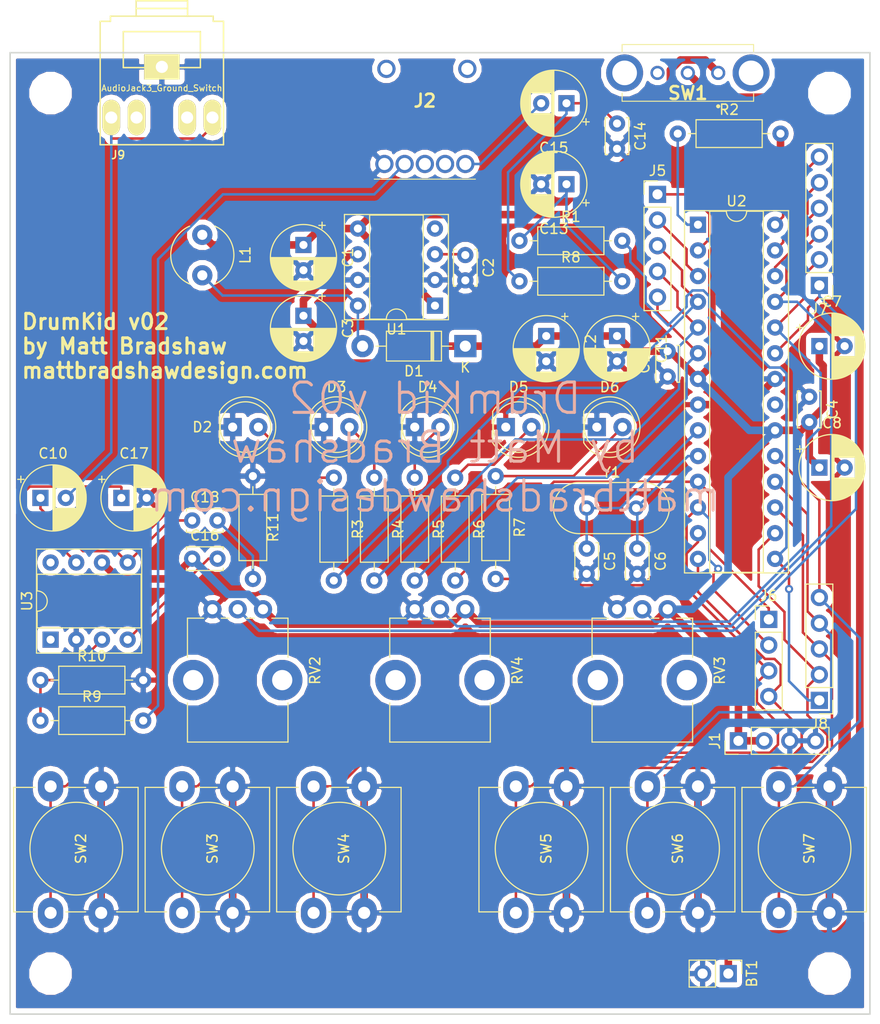
<source format=kicad_pcb>
(kicad_pcb (version 20171130) (host pcbnew "(5.0.1)-3")
  (layers (0 F.Cu signal) (31 B.Cu signal) (34 B.Paste user) (35 F.Paste user) (36 B.SilkS user) (37 F.SilkS user) (38 B.Mask user) (39 F.Mask user) (44 Edge.Cuts user))
  (net 0 "")
  (net 1 GND)
  (net 2 "Net-(J9-PadRN)")
  (net 3 "Net-(J9-PadTN)")
  (net 4 "Net-(BT1-Pad1)")
  (net 5 "Net-(SW1-Pad3)")
  (net 6 /DIGITAL_9)
  (net 7 +5V)
  (net 8 "Net-(R2-Pad1)")
  (net 9 "Net-(D2-Pad2)")
  (net 10 /DIGITAL_2)
  (net 11 /DIGITAL_3)
  (net 12 "Net-(D3-Pad2)")
  (net 13 "Net-(D4-Pad2)")
  (net 14 /DIGITAL_4)
  (net 15 /DIGITAL_6)
  (net 16 "Net-(D6-Pad2)")
  (net 17 "Net-(D5-Pad2)")
  (net 18 /DIGITAL_5)
  (net 19 /ANALOG_2)
  (net 20 /ANALOG_1)
  (net 21 /ANALOG_0)
  (net 22 /DIGITAL_0)
  (net 23 /DIGITAL_10)
  (net 24 /DIGITAL_1)
  (net 25 /DIGITAL_11)
  (net 26 /DIGITAL_12)
  (net 27 /DIGITAL_13)
  (net 28 "Net-(U2-Pad21)")
  (net 29 "Net-(C5-Pad1)")
  (net 30 "Net-(C6-Pad1)")
  (net 31 /ANALOG_3)
  (net 32 /DIGITAL_7)
  (net 33 /ANALOG_4)
  (net 34 /DIGITAL_8)
  (net 35 /ANALOG_5)
  (net 36 "Net-(C2-Pad1)")
  (net 37 "Net-(U1-Pad4)")
  (net 38 "Net-(D1-Pad2)")
  (net 39 "Net-(C10-Pad2)")
  (net 40 "Net-(U3-Pad1)")
  (net 41 "Net-(C10-Pad1)")
  (net 42 "Net-(U3-Pad8)")
  (net 43 "Net-(R10-Pad1)")
  (net 44 "Net-(C13-Pad1)")
  (net 45 "Net-(C14-Pad1)")
  (net 46 "Net-(C15-Pad2)")
  (net 47 "Net-(C18-Pad2)")
  (net 48 "Net-(C16-Pad2)")
  (net 49 /BAT_ON)
  (net 50 "Net-(C17-Pad1)")
  (net 51 "Net-(J2-Pad1)")
  (net 52 "Net-(J2-Pad2)")
  (net 53 "Net-(J2-Pad3)")
  (module MountingHole:MountingHole_3.2mm_M3 (layer F.Cu) (at 171 126)
    (fp_text reference REF** hide)
    (fp_text value MountingHole_3.2mm_M3)
    (pad 1 np_thru_hole circle (at 0 0) (size 3.2 3.2) (drill 3.2) (layers *.Cu *.Mask))
  )
  (module MountingHole:MountingHole_3.2mm_M3 (layer F.Cu) (at 171 39)
    (fp_text reference REF** hide)
    (fp_text value MountingHole_3.2mm_M3)
    (pad 1 np_thru_hole circle (at 0 0) (size 3.2 3.2) (drill 3.2) (layers *.Cu *.Mask))
  )
  (module MountingHole:MountingHole_3.2mm_M3 (layer F.Cu) (at 94 39)
    (fp_text reference REF** hide)
    (fp_text value MountingHole_3.2mm_M3)
    (pad 1 np_thru_hole circle (at 0 0) (size 3.2 3.2) (drill 3.2) (layers *.Cu *.Mask))
  )
  (module MountingHole:MountingHole_3.2mm_M3 (layer F.Cu) (at 94 126)
    (fp_text reference REF** hide)
    (fp_text value MountingHole_3.2mm_M3)
    (pad 1 np_thru_hole circle (at 0 0) (size 3.2 3.2) (drill 3.2) (layers *.Cu *.Mask))
  )
  (module SamacSys_Parts:RK14J12A0A0K (layer F.Cu) (at 131 46)
    (fp_text reference J2 (at 0 -6.25) (layer F.SilkS) (effects (font (size 1.27 1.27) (thickness 0.254))))
    (fp_text value Conn_01x05 hide)
    (pad 1 thru_hole circle (at 0 0) (size 1.8 1.8) (drill 1.2) (layers *.Cu *.Mask) (net 51 "Net-(J2-Pad1)"))
    (pad 2 thru_hole circle (at 2 0) (size 1.8 1.8) (drill 1.2) (layers *.Cu *.Mask) (net 52 "Net-(J2-Pad2)"))
    (pad 3 thru_hole circle (at -2 0) (size 1.8 1.8) (drill 1.2) (layers *.Cu *.Mask) (net 53 "Net-(J2-Pad3)"))
    (pad 4 thru_hole circle (at 4 0) (size 1.8 1.8) (drill 1.2) (layers *.Cu *.Mask) (net 46 "Net-(C15-Pad2)"))
    (pad 5 thru_hole circle (at -4 0) (size 1.8 1.8) (drill 1.2) (layers *.Cu *.Mask) (net 1 GND))
    (pad MH1 thru_hole circle (at -3.8 -9.4) (size 1.806 1.806) (drill 1.2042) (layers *.Cu *.Mask))
    (pad MH2 thru_hole circle (at 4.2 -9.4) (size 1.806 1.806) (drill 1.2042) (layers *.Cu *.Mask))
  )
  (module Button_Switch_THT:SW_PUSH-12mm_Wuerth-430476085716 (layer F.Cu) (at 166 120 90)
    (fp_text reference SW7 (at 6.35 3 90) (layer F.SilkS))
    (fp_text value SW_Push)
    (pad 1 thru_hole oval (at 12.5 0 90) (size 3 2.5) (drill 1.2) (layers *.Cu *.Mask) (net 27 /DIGITAL_13))
    (pad 2 thru_hole oval (at 12.5 5 90) (size 3 2.5) (drill 1.2) (layers *.Cu *.Mask) (net 1 GND))
    (pad 1 thru_hole oval (at 0 0 90) (size 3 2.5) (drill 1.2) (layers *.Cu *.Mask) (net 27 /DIGITAL_13))
    (pad 2 thru_hole oval (at 0 5 90) (size 3 2.5) (drill 1.2) (layers *.Cu *.Mask) (net 1 GND))
  )
  (module Connector_PinHeader_2.54mm:PinHeader_1x04_P2.54mm_Vertical (layer F.Cu) (at 162 103 90)
    (fp_text reference J1 (at 0 -2.33 90) (layer F.SilkS))
    (fp_text value Conn_01x04_Female)
    (pad 1 thru_hole rect (at 0 0 90) (size 1.7 1.7) (drill 1) (layers *.Cu *.Mask) (net 7 +5V))
    (pad 2 thru_hole oval (at 0 2.54 90) (size 1.7 1.7) (drill 1) (layers *.Cu *.Mask) (net 7 +5V))
    (pad 3 thru_hole oval (at 0 5.08 90) (size 1.7 1.7) (drill 1) (layers *.Cu *.Mask) (net 1 GND))
    (pad 4 thru_hole oval (at 0 7.62 90) (size 1.7 1.7) (drill 1) (layers *.Cu *.Mask) (net 1 GND))
  )
  (module Capacitor_THT:CP_Radial_D6.3mm_P2.50mm (layer F.Cu) (at 145 40 180)
    (fp_text reference C15 (at 1.25 -4.4 180) (layer F.SilkS))
    (fp_text value 10uF)
    (pad 1 thru_hole rect (at 0 0 180) (size 1.6 1.6) (drill 0.8) (layers *.Cu *.Mask) (net 45 "Net-(C14-Pad1)"))
    (pad 2 thru_hole circle (at 2.5 0 180) (size 1.6 1.6) (drill 0.8) (layers *.Cu *.Mask) (net 46 "Net-(C15-Pad2)"))
  )
  (module Capacitor_THT:CP_Radial_D6.3mm_P2.50mm (layer F.Cu) (at 145 48 180)
    (fp_text reference C13 (at 1.25 -4.4 180) (layer F.SilkS))
    (fp_text value 2.2uF)
    (pad 2 thru_hole circle (at 2.5 0 180) (size 1.6 1.6) (drill 0.8) (layers *.Cu *.Mask) (net 1 GND))
    (pad 1 thru_hole rect (at 0 0 180) (size 1.6 1.6) (drill 0.8) (layers *.Cu *.Mask) (net 44 "Net-(C13-Pad1)"))
  )
  (module Capacitor_THT:CP_Radial_D6.3mm_P2.50mm (layer F.Cu) (at 143 63 270)
    (fp_text reference C12 (at 1.25 -4.4 270) (layer F.SilkS))
    (fp_text value CP)
    (pad 1 thru_hole rect (at 0 0 270) (size 1.6 1.6) (drill 0.8) (layers *.Cu *.Mask) (net 7 +5V))
    (pad 2 thru_hole circle (at 2.5 0 270) (size 1.6 1.6) (drill 0.8) (layers *.Cu *.Mask) (net 1 GND))
  )
  (module Capacitor_THT:CP_Radial_D6.3mm_P2.50mm (layer F.Cu) (at 150 63 270)
    (fp_text reference C11 (at 1.25 -4.4 270) (layer F.SilkS))
    (fp_text value CP)
    (pad 2 thru_hole circle (at 2.5 0 270) (size 1.6 1.6) (drill 0.8) (layers *.Cu *.Mask) (net 1 GND))
    (pad 1 thru_hole rect (at 0 0 270) (size 1.6 1.6) (drill 0.8) (layers *.Cu *.Mask) (net 7 +5V))
  )
  (module Capacitor_THT:CP_Radial_D6.3mm_P2.50mm (layer F.Cu) (at 101 79)
    (fp_text reference C17 (at 1.25 -4.4) (layer F.SilkS))
    (fp_text value 10uF)
    (pad 1 thru_hole rect (at 0 0) (size 1.6 1.6) (drill 0.8) (layers *.Cu *.Mask) (net 50 "Net-(C17-Pad1)"))
    (pad 2 thru_hole circle (at 2.5 0) (size 1.6 1.6) (drill 0.8) (layers *.Cu *.Mask) (net 1 GND))
  )
  (module Capacitor_THT:C_Disc_D3.4mm_W2.1mm_P2.50mm (layer F.Cu) (at 108 85)
    (fp_text reference C16 (at 1.25 -2.3) (layer F.SilkS))
    (fp_text value 100nF)
    (pad 1 thru_hole circle (at 0 0) (size 1.6 1.6) (drill 0.8) (layers *.Cu *.Mask) (net 7 +5V))
    (pad 2 thru_hole circle (at 2.5 0) (size 1.6 1.6) (drill 0.8) (layers *.Cu *.Mask) (net 48 "Net-(C16-Pad2)"))
  )
  (module Capacitor_THT:C_Disc_D3.4mm_W2.1mm_P2.50mm (layer F.Cu) (at 108 81.225001)
    (fp_text reference C18 (at 1.25 -2.3) (layer F.SilkS))
    (fp_text value 100nF)
    (pad 2 thru_hole circle (at 2.5 0) (size 1.6 1.6) (drill 0.8) (layers *.Cu *.Mask) (net 47 "Net-(C18-Pad2)"))
    (pad 1 thru_hole circle (at 0 0) (size 1.6 1.6) (drill 0.8) (layers *.Cu *.Mask) (net 41 "Net-(C10-Pad1)"))
  )
  (module Capacitor_THT:C_Disc_D3.4mm_W2.1mm_P2.50mm (layer F.Cu) (at 150 42 270)
    (fp_text reference C14 (at 1.25 -2.3 270) (layer F.SilkS))
    (fp_text value 220nF)
    (pad 1 thru_hole circle (at 0 0 270) (size 1.6 1.6) (drill 0.8) (layers *.Cu *.Mask) (net 45 "Net-(C14-Pad1)"))
    (pad 2 thru_hole circle (at 2.5 0 270) (size 1.6 1.6) (drill 0.8) (layers *.Cu *.Mask) (net 1 GND))
  )
  (module Resistor_THT:R_Axial_DIN0207_L6.3mm_D2.5mm_P10.16mm_Horizontal (layer F.Cu) (at 114 87 90)
    (fp_text reference R11 (at 5.08 2 90) (layer F.SilkS))
    (fp_text value 10)
    (pad 1 thru_hole circle (at 0 0 90) (size 1.6 1.6) (drill 0.8) (layers *.Cu *.Mask) (net 47 "Net-(C18-Pad2)"))
    (pad 2 thru_hole oval (at 10.16 0 90) (size 1.6 1.6) (drill 0.8) (layers *.Cu *.Mask) (net 1 GND))
  )
  (module Capacitor_THT:CP_Radial_D6.3mm_P2.50mm (layer F.Cu) (at 93 79)
    (fp_text reference C10 (at 1.25 -4.4) (layer F.SilkS))
    (fp_text value 220uF)
    (pad 1 thru_hole rect (at 0 0) (size 1.6 1.6) (drill 0.8) (layers *.Cu *.Mask) (net 41 "Net-(C10-Pad1)"))
    (pad 2 thru_hole circle (at 2.5 0) (size 1.6 1.6) (drill 0.8) (layers *.Cu *.Mask) (net 39 "Net-(C10-Pad2)"))
  )
  (module Capacitor_THT:CP_Radial_D6.3mm_P2.50mm (layer F.Cu) (at 170 64)
    (fp_text reference C7 (at 1.25 -4.4) (layer F.SilkS))
    (fp_text value CP)
    (pad 2 thru_hole circle (at 2.5 0) (size 1.6 1.6) (drill 0.8) (layers *.Cu *.Mask) (net 1 GND))
    (pad 1 thru_hole rect (at 0 0) (size 1.6 1.6) (drill 0.8) (layers *.Cu *.Mask) (net 7 +5V))
  )
  (module Capacitor_THT:CP_Radial_D6.3mm_P2.50mm (layer F.Cu) (at 170 76)
    (fp_text reference C8 (at 1.25 -4.4) (layer F.SilkS))
    (fp_text value CP)
    (pad 1 thru_hole rect (at 0 0) (size 1.6 1.6) (drill 0.8) (layers *.Cu *.Mask) (net 7 +5V))
    (pad 2 thru_hole circle (at 2.5 0) (size 1.6 1.6) (drill 0.8) (layers *.Cu *.Mask) (net 1 GND))
  )
  (module Capacitor_THT:C_Disc_D3.4mm_W2.1mm_P2.50mm (layer F.Cu) (at 155 67 90)
    (fp_text reference C9 (at 1.25 -2.3 90) (layer F.SilkS))
    (fp_text value C)
    (pad 1 thru_hole circle (at 0 0 90) (size 1.6 1.6) (drill 0.8) (layers *.Cu *.Mask) (net 1 GND))
    (pad 2 thru_hole circle (at 2.5 0 90) (size 1.6 1.6) (drill 0.8) (layers *.Cu *.Mask) (net 7 +5V))
  )
  (module Package_DIP:DIP-8_W7.62mm_Socket (layer F.Cu) (at 94 93 90)
    (fp_text reference U3 (at 3.81 -2.33 90) (layer F.SilkS))
    (fp_text value LM386)
    (pad 1 thru_hole rect (at 0 0 90) (size 1.6 1.6) (drill 0.8) (layers *.Cu *.Mask) (net 40 "Net-(U3-Pad1)"))
    (pad 5 thru_hole oval (at 7.62 7.62 90) (size 1.6 1.6) (drill 0.8) (layers *.Cu *.Mask) (net 41 "Net-(C10-Pad1)"))
    (pad 2 thru_hole oval (at 0 2.54 90) (size 1.6 1.6) (drill 0.8) (layers *.Cu *.Mask) (net 1 GND))
    (pad 6 thru_hole oval (at 7.62 5.08 90) (size 1.6 1.6) (drill 0.8) (layers *.Cu *.Mask) (net 7 +5V))
    (pad 3 thru_hole oval (at 0 5.08 90) (size 1.6 1.6) (drill 0.8) (layers *.Cu *.Mask) (net 43 "Net-(R10-Pad1)"))
    (pad 7 thru_hole oval (at 7.62 2.54 90) (size 1.6 1.6) (drill 0.8) (layers *.Cu *.Mask) (net 50 "Net-(C17-Pad1)"))
    (pad 4 thru_hole oval (at 0 7.62 90) (size 1.6 1.6) (drill 0.8) (layers *.Cu *.Mask) (net 48 "Net-(C16-Pad2)"))
    (pad 8 thru_hole oval (at 7.62 0 90) (size 1.6 1.6) (drill 0.8) (layers *.Cu *.Mask) (net 42 "Net-(U3-Pad8)"))
  )
  (module Resistor_THT:R_Axial_DIN0207_L6.3mm_D2.5mm_P10.16mm_Horizontal (layer F.Cu) (at 93 97)
    (fp_text reference R10 (at 5.08 -2.37) (layer F.SilkS))
    (fp_text value 1k)
    (pad 1 thru_hole circle (at 0 0) (size 1.6 1.6) (drill 0.8) (layers *.Cu *.Mask) (net 43 "Net-(R10-Pad1)"))
    (pad 2 thru_hole oval (at 10.16 0) (size 1.6 1.6) (drill 0.8) (layers *.Cu *.Mask) (net 1 GND))
  )
  (module Resistor_THT:R_Axial_DIN0207_L6.3mm_D2.5mm_P10.16mm_Horizontal (layer F.Cu) (at 140.351849 57.589377)
    (fp_text reference R8 (at 5.08 -2.37) (layer F.SilkS))
    (fp_text value 470)
    (pad 2 thru_hole oval (at 10.16 0) (size 1.6 1.6) (drill 0.8) (layers *.Cu *.Mask) (net 44 "Net-(C13-Pad1)"))
    (pad 1 thru_hole circle (at 0 0) (size 1.6 1.6) (drill 0.8) (layers *.Cu *.Mask) (net 45 "Net-(C14-Pad1)"))
  )
  (module Resistor_THT:R_Axial_DIN0207_L6.3mm_D2.5mm_P10.16mm_Horizontal (layer F.Cu) (at 93 101)
    (fp_text reference R9 (at 5.08 -2.37) (layer F.SilkS))
    (fp_text value 10k)
    (pad 1 thru_hole circle (at 0 0) (size 1.6 1.6) (drill 0.8) (layers *.Cu *.Mask) (net 43 "Net-(R10-Pad1)"))
    (pad 2 thru_hole oval (at 10.16 0) (size 1.6 1.6) (drill 0.8) (layers *.Cu *.Mask) (net 53 "Net-(J2-Pad3)"))
  )
  (module Package_DIP:DIP-28_W7.62mm_Socket (layer F.Cu) (at 158 52)
    (fp_text reference U2 (at 3.81 -2.33) (layer F.SilkS))
    (fp_text value ATmega328P-PU)
    (pad 1 thru_hole rect (at 0 0) (size 1.6 1.6) (drill 0.8) (layers *.Cu *.Mask) (net 8 "Net-(R2-Pad1)"))
    (pad 15 thru_hole oval (at 7.62 33.02) (size 1.6 1.6) (drill 0.8) (layers *.Cu *.Mask) (net 6 /DIGITAL_9))
    (pad 2 thru_hole oval (at 0 2.54) (size 1.6 1.6) (drill 0.8) (layers *.Cu *.Mask) (net 22 /DIGITAL_0))
    (pad 16 thru_hole oval (at 7.62 30.48) (size 1.6 1.6) (drill 0.8) (layers *.Cu *.Mask) (net 23 /DIGITAL_10))
    (pad 3 thru_hole oval (at 0 5.08) (size 1.6 1.6) (drill 0.8) (layers *.Cu *.Mask) (net 24 /DIGITAL_1))
    (pad 17 thru_hole oval (at 7.62 27.94) (size 1.6 1.6) (drill 0.8) (layers *.Cu *.Mask) (net 25 /DIGITAL_11))
    (pad 4 thru_hole oval (at 0 7.62) (size 1.6 1.6) (drill 0.8) (layers *.Cu *.Mask) (net 10 /DIGITAL_2))
    (pad 18 thru_hole oval (at 7.62 25.4) (size 1.6 1.6) (drill 0.8) (layers *.Cu *.Mask) (net 26 /DIGITAL_12))
    (pad 5 thru_hole oval (at 0 10.16) (size 1.6 1.6) (drill 0.8) (layers *.Cu *.Mask) (net 11 /DIGITAL_3))
    (pad 19 thru_hole oval (at 7.62 22.86) (size 1.6 1.6) (drill 0.8) (layers *.Cu *.Mask) (net 27 /DIGITAL_13))
    (pad 6 thru_hole oval (at 0 12.7) (size 1.6 1.6) (drill 0.8) (layers *.Cu *.Mask) (net 14 /DIGITAL_4))
    (pad 20 thru_hole oval (at 7.62 20.32) (size 1.6 1.6) (drill 0.8) (layers *.Cu *.Mask) (net 7 +5V))
    (pad 7 thru_hole oval (at 0 15.24) (size 1.6 1.6) (drill 0.8) (layers *.Cu *.Mask) (net 7 +5V))
    (pad 21 thru_hole oval (at 7.62 17.78) (size 1.6 1.6) (drill 0.8) (layers *.Cu *.Mask) (net 28 "Net-(U2-Pad21)"))
    (pad 8 thru_hole oval (at 0 17.78) (size 1.6 1.6) (drill 0.8) (layers *.Cu *.Mask) (net 1 GND))
    (pad 22 thru_hole oval (at 7.62 15.24) (size 1.6 1.6) (drill 0.8) (layers *.Cu *.Mask) (net 1 GND))
    (pad 9 thru_hole oval (at 0 20.32) (size 1.6 1.6) (drill 0.8) (layers *.Cu *.Mask) (net 29 "Net-(C5-Pad1)"))
    (pad 23 thru_hole oval (at 7.62 12.7) (size 1.6 1.6) (drill 0.8) (layers *.Cu *.Mask) (net 21 /ANALOG_0))
    (pad 10 thru_hole oval (at 0 22.86) (size 1.6 1.6) (drill 0.8) (layers *.Cu *.Mask) (net 30 "Net-(C6-Pad1)"))
    (pad 24 thru_hole oval (at 7.62 10.16) (size 1.6 1.6) (drill 0.8) (layers *.Cu *.Mask) (net 20 /ANALOG_1))
    (pad 11 thru_hole oval (at 0 25.4) (size 1.6 1.6) (drill 0.8) (layers *.Cu *.Mask) (net 18 /DIGITAL_5))
    (pad 25 thru_hole oval (at 7.62 7.62) (size 1.6 1.6) (drill 0.8) (layers *.Cu *.Mask) (net 19 /ANALOG_2))
    (pad 12 thru_hole oval (at 0 27.94) (size 1.6 1.6) (drill 0.8) (layers *.Cu *.Mask) (net 15 /DIGITAL_6))
    (pad 26 thru_hole oval (at 7.62 5.08) (size 1.6 1.6) (drill 0.8) (layers *.Cu *.Mask) (net 31 /ANALOG_3))
    (pad 13 thru_hole oval (at 0 30.48) (size 1.6 1.6) (drill 0.8) (layers *.Cu *.Mask) (net 32 /DIGITAL_7))
    (pad 27 thru_hole oval (at 7.62 2.54) (size 1.6 1.6) (drill 0.8) (layers *.Cu *.Mask) (net 33 /ANALOG_4))
    (pad 14 thru_hole oval (at 0 33.02) (size 1.6 1.6) (drill 0.8) (layers *.Cu *.Mask) (net 34 /DIGITAL_8))
    (pad 28 thru_hole oval (at 7.62 0) (size 1.6 1.6) (drill 0.8) (layers *.Cu *.Mask) (net 35 /ANALOG_5))
  )
  (module Package_DIP:DIP-8_W7.62mm_Socket (layer F.Cu) (at 132 60 180)
    (fp_text reference U1 (at 3.81 -2.33 180) (layer F.SilkS))
    (fp_text value MAX756)
    (pad 1 thru_hole rect (at 0 0 180) (size 1.6 1.6) (drill 0.8) (layers *.Cu *.Mask) (net 49 /BAT_ON))
    (pad 5 thru_hole oval (at 7.62 7.62 180) (size 1.6 1.6) (drill 0.8) (layers *.Cu *.Mask) (net 49 /BAT_ON))
    (pad 2 thru_hole oval (at 0 2.54 180) (size 1.6 1.6) (drill 0.8) (layers *.Cu *.Mask) (net 1 GND))
    (pad 6 thru_hole oval (at 7.62 5.08 180) (size 1.6 1.6) (drill 0.8) (layers *.Cu *.Mask) (net 7 +5V))
    (pad 3 thru_hole oval (at 0 5.08 180) (size 1.6 1.6) (drill 0.8) (layers *.Cu *.Mask) (net 36 "Net-(C2-Pad1)"))
    (pad 7 thru_hole oval (at 7.62 2.54 180) (size 1.6 1.6) (drill 0.8) (layers *.Cu *.Mask) (net 1 GND))
    (pad 4 thru_hole oval (at 0 7.62 180) (size 1.6 1.6) (drill 0.8) (layers *.Cu *.Mask) (net 37 "Net-(U1-Pad4)"))
    (pad 8 thru_hole oval (at 7.62 0 180) (size 1.6 1.6) (drill 0.8) (layers *.Cu *.Mask) (net 38 "Net-(D1-Pad2)"))
  )
  (module Button_Switch_THT:SW_PUSH-12mm_Wuerth-430476085716 (layer F.Cu) (at 153 120 90)
    (fp_text reference SW6 (at 6.35 3 90) (layer F.SilkS))
    (fp_text value SW_Push)
    (pad 1 thru_hole oval (at 12.5 0 90) (size 3 2.5) (drill 1.2) (layers *.Cu *.Mask) (net 26 /DIGITAL_12))
    (pad 2 thru_hole oval (at 12.5 5 90) (size 3 2.5) (drill 1.2) (layers *.Cu *.Mask) (net 1 GND))
    (pad 1 thru_hole oval (at 0 0 90) (size 3 2.5) (drill 1.2) (layers *.Cu *.Mask) (net 26 /DIGITAL_12))
    (pad 2 thru_hole oval (at 0 5 90) (size 3 2.5) (drill 1.2) (layers *.Cu *.Mask) (net 1 GND))
  )
  (module Button_Switch_THT:SW_PUSH-12mm_Wuerth-430476085716 (layer F.Cu) (at 140 120 90)
    (fp_text reference SW5 (at 6.35 3 90) (layer F.SilkS))
    (fp_text value SW_Push)
    (pad 2 thru_hole oval (at 0 5 90) (size 3 2.5) (drill 1.2) (layers *.Cu *.Mask) (net 1 GND))
    (pad 1 thru_hole oval (at 0 0 90) (size 3 2.5) (drill 1.2) (layers *.Cu *.Mask) (net 25 /DIGITAL_11))
    (pad 2 thru_hole oval (at 12.5 5 90) (size 3 2.5) (drill 1.2) (layers *.Cu *.Mask) (net 1 GND))
    (pad 1 thru_hole oval (at 12.5 0 90) (size 3 2.5) (drill 1.2) (layers *.Cu *.Mask) (net 25 /DIGITAL_11))
  )
  (module Button_Switch_THT:SW_PUSH-12mm_Wuerth-430476085716 (layer F.Cu) (at 120 120 90)
    (fp_text reference SW4 (at 6.35 3 90) (layer F.SilkS))
    (fp_text value SW_Push)
    (pad 1 thru_hole oval (at 12.5 0 90) (size 3 2.5) (drill 1.2) (layers *.Cu *.Mask) (net 23 /DIGITAL_10))
    (pad 2 thru_hole oval (at 12.5 5 90) (size 3 2.5) (drill 1.2) (layers *.Cu *.Mask) (net 1 GND))
    (pad 1 thru_hole oval (at 0 0 90) (size 3 2.5) (drill 1.2) (layers *.Cu *.Mask) (net 23 /DIGITAL_10))
    (pad 2 thru_hole oval (at 0 5 90) (size 3 2.5) (drill 1.2) (layers *.Cu *.Mask) (net 1 GND))
  )
  (module Button_Switch_THT:SW_PUSH-12mm_Wuerth-430476085716 (layer F.Cu) (at 107 120 90)
    (fp_text reference SW3 (at 6.35 3 90) (layer F.SilkS))
    (fp_text value SW_Push)
    (pad 2 thru_hole oval (at 0 5 90) (size 3 2.5) (drill 1.2) (layers *.Cu *.Mask) (net 1 GND))
    (pad 1 thru_hole oval (at 0 0 90) (size 3 2.5) (drill 1.2) (layers *.Cu *.Mask) (net 34 /DIGITAL_8))
    (pad 2 thru_hole oval (at 12.5 5 90) (size 3 2.5) (drill 1.2) (layers *.Cu *.Mask) (net 1 GND))
    (pad 1 thru_hole oval (at 12.5 0 90) (size 3 2.5) (drill 1.2) (layers *.Cu *.Mask) (net 34 /DIGITAL_8))
  )
  (module Button_Switch_THT:SW_PUSH-12mm_Wuerth-430476085716 (layer F.Cu) (at 94 120 90)
    (fp_text reference SW2 (at 6.35 3 90) (layer F.SilkS))
    (fp_text value SW_Push)
    (pad 1 thru_hole oval (at 12.5 0 90) (size 3 2.5) (drill 1.2) (layers *.Cu *.Mask) (net 32 /DIGITAL_7))
    (pad 2 thru_hole oval (at 12.5 5 90) (size 3 2.5) (drill 1.2) (layers *.Cu *.Mask) (net 1 GND))
    (pad 1 thru_hole oval (at 0 0 90) (size 3 2.5) (drill 1.2) (layers *.Cu *.Mask) (net 32 /DIGITAL_7))
    (pad 2 thru_hole oval (at 0 5 90) (size 3 2.5) (drill 1.2) (layers *.Cu *.Mask) (net 1 GND))
  )
  (module Capacitor_THT:CP_Radial_D6.3mm_P2.50mm (layer F.Cu) (at 119 54 270)
    (fp_text reference C1 (at 1.25 -4.4 270) (layer F.SilkS))
    (fp_text value 150uF)
    (pad 2 thru_hole circle (at 2.5 0 270) (size 1.6 1.6) (drill 0.8) (layers *.Cu *.Mask) (net 1 GND))
    (pad 1 thru_hole rect (at 0 0 270) (size 1.6 1.6) (drill 0.8) (layers *.Cu *.Mask) (net 49 /BAT_ON))
  )
  (module Capacitor_THT:CP_Radial_D6.3mm_P2.50mm (layer F.Cu) (at 119 61 270)
    (fp_text reference C3 (at 1.25 -4.4 270) (layer F.SilkS))
    (fp_text value 100uF)
    (pad 1 thru_hole rect (at 0 0 270) (size 1.6 1.6) (drill 0.8) (layers *.Cu *.Mask) (net 7 +5V))
    (pad 2 thru_hole circle (at 2.5 0 270) (size 1.6 1.6) (drill 0.8) (layers *.Cu *.Mask) (net 1 GND))
  )
  (module Capacitor_THT:C_Disc_D3.4mm_W2.1mm_P2.50mm (layer F.Cu) (at 152 84 270)
    (fp_text reference C6 (at 1.25 -2.3 270) (layer F.SilkS))
    (fp_text value 10uF)
    (pad 2 thru_hole circle (at 2.5 0 270) (size 1.6 1.6) (drill 0.8) (layers *.Cu *.Mask) (net 1 GND))
    (pad 1 thru_hole circle (at 0 0 270) (size 1.6 1.6) (drill 0.8) (layers *.Cu *.Mask) (net 30 "Net-(C6-Pad1)"))
  )
  (module Capacitor_THT:C_Disc_D3.4mm_W2.1mm_P2.50mm (layer F.Cu) (at 135 55 270)
    (fp_text reference C2 (at 1.25 -2.3 270) (layer F.SilkS))
    (fp_text value 0.1uF)
    (pad 1 thru_hole circle (at 0 0 270) (size 1.6 1.6) (drill 0.8) (layers *.Cu *.Mask) (net 36 "Net-(C2-Pad1)"))
    (pad 2 thru_hole circle (at 2.5 0 270) (size 1.6 1.6) (drill 0.8) (layers *.Cu *.Mask) (net 1 GND))
  )
  (module Capacitor_THT:C_Disc_D3.4mm_W2.1mm_P2.50mm (layer F.Cu) (at 169 69 270)
    (fp_text reference C4 (at 1.25 -2.3 270) (layer F.SilkS))
    (fp_text value C)
    (pad 2 thru_hole circle (at 2.5 0 270) (size 1.6 1.6) (drill 0.8) (layers *.Cu *.Mask) (net 7 +5V))
    (pad 1 thru_hole circle (at 0 0 270) (size 1.6 1.6) (drill 0.8) (layers *.Cu *.Mask) (net 1 GND))
  )
  (module Capacitor_THT:C_Disc_D3.4mm_W2.1mm_P2.50mm (layer F.Cu) (at 147 84 270)
    (fp_text reference C5 (at 1.25 -2.3 270) (layer F.SilkS))
    (fp_text value 10uF)
    (pad 1 thru_hole circle (at 0 0 270) (size 1.6 1.6) (drill 0.8) (layers *.Cu *.Mask) (net 29 "Net-(C5-Pad1)"))
    (pad 2 thru_hole circle (at 2.5 0 270) (size 1.6 1.6) (drill 0.8) (layers *.Cu *.Mask) (net 1 GND))
  )
  (module Connector_PinHeader_2.54mm:PinHeader_1x02_P2.54mm_Vertical (layer F.Cu) (at 161 126 270)
    (fp_text reference BT1 (at 0 -2.33 270) (layer F.SilkS))
    (fp_text value Battery)
    (pad 1 thru_hole rect (at 0 0 270) (size 1.7 1.7) (drill 1) (layers *.Cu *.Mask) (net 4 "Net-(BT1-Pad1)"))
    (pad 2 thru_hole oval (at 0 2.54 270) (size 1.7 1.7) (drill 1) (layers *.Cu *.Mask) (net 1 GND))
  )
  (module Connector_PinHeader_2.54mm:PinHeader_1x04_P2.54mm_Vertical (layer F.Cu) (at 165 91)
    (fp_text reference J6 (at 0 -2.33) (layer F.SilkS))
    (fp_text value Conn_01x04_Female)
    (pad 1 thru_hole rect (at 0 0) (size 1.7 1.7) (drill 1) (layers *.Cu *.Mask) (net 18 /DIGITAL_5))
    (pad 2 thru_hole oval (at 0 2.54) (size 1.7 1.7) (drill 1) (layers *.Cu *.Mask) (net 15 /DIGITAL_6))
    (pad 3 thru_hole oval (at 0 5.08) (size 1.7 1.7) (drill 1) (layers *.Cu *.Mask) (net 32 /DIGITAL_7))
    (pad 4 thru_hole oval (at 0 7.62) (size 1.7 1.7) (drill 1) (layers *.Cu *.Mask) (net 34 /DIGITAL_8))
  )
  (module Connector_PinHeader_2.54mm:PinHeader_1x05_P2.54mm_Vertical (layer F.Cu) (at 170 99 180)
    (fp_text reference J8 (at 0 -2.33 180) (layer F.SilkS))
    (fp_text value Conn_01x05_Female)
    (pad 5 thru_hole oval (at 0 10.16 180) (size 1.7 1.7) (drill 1) (layers *.Cu *.Mask) (net 27 /DIGITAL_13))
    (pad 4 thru_hole oval (at 0 7.62 180) (size 1.7 1.7) (drill 1) (layers *.Cu *.Mask) (net 26 /DIGITAL_12))
    (pad 3 thru_hole oval (at 0 5.08 180) (size 1.7 1.7) (drill 1) (layers *.Cu *.Mask) (net 25 /DIGITAL_11))
    (pad 2 thru_hole oval (at 0 2.54 180) (size 1.7 1.7) (drill 1) (layers *.Cu *.Mask) (net 23 /DIGITAL_10))
    (pad 1 thru_hole rect (at 0 0 180) (size 1.7 1.7) (drill 1) (layers *.Cu *.Mask) (net 6 /DIGITAL_9))
  )
  (module Connector_PinHeader_2.54mm:PinHeader_1x05_P2.54mm_Vertical (layer F.Cu) (at 154 49)
    (fp_text reference J5 (at 0 -2.33) (layer F.SilkS))
    (fp_text value Conn_01x05_Female)
    (pad 1 thru_hole rect (at 0 0) (size 1.7 1.7) (drill 1) (layers *.Cu *.Mask) (net 22 /DIGITAL_0))
    (pad 2 thru_hole oval (at 0 2.54) (size 1.7 1.7) (drill 1) (layers *.Cu *.Mask) (net 24 /DIGITAL_1))
    (pad 3 thru_hole oval (at 0 5.08) (size 1.7 1.7) (drill 1) (layers *.Cu *.Mask) (net 10 /DIGITAL_2))
    (pad 4 thru_hole oval (at 0 7.62) (size 1.7 1.7) (drill 1) (layers *.Cu *.Mask) (net 11 /DIGITAL_3))
    (pad 5 thru_hole oval (at 0 10.16) (size 1.7 1.7) (drill 1) (layers *.Cu *.Mask) (net 14 /DIGITAL_4))
  )
  (module Connector_PinHeader_2.54mm:PinHeader_1x06_P2.54mm_Vertical (layer F.Cu) (at 170 58 180)
    (fp_text reference J7 (at 0 -2.33 180) (layer F.SilkS))
    (fp_text value Conn_01x06_Female)
    (pad 1 thru_hole rect (at 0 0 180) (size 1.7 1.7) (drill 1) (layers *.Cu *.Mask) (net 21 /ANALOG_0))
    (pad 2 thru_hole oval (at 0 2.54 180) (size 1.7 1.7) (drill 1) (layers *.Cu *.Mask) (net 20 /ANALOG_1))
    (pad 3 thru_hole oval (at 0 5.08 180) (size 1.7 1.7) (drill 1) (layers *.Cu *.Mask) (net 19 /ANALOG_2))
    (pad 4 thru_hole oval (at 0 7.62 180) (size 1.7 1.7) (drill 1) (layers *.Cu *.Mask) (net 31 /ANALOG_3))
    (pad 5 thru_hole oval (at 0 10.16 180) (size 1.7 1.7) (drill 1) (layers *.Cu *.Mask) (net 33 /ANALOG_4))
    (pad 6 thru_hole oval (at 0 12.7 180) (size 1.7 1.7) (drill 1) (layers *.Cu *.Mask) (net 35 /ANALOG_5))
  )
  (module Crystal:Crystal_HC49-4H_Vertical (layer F.Cu) (at 147 80)
    (fp_text reference Y1 (at 2.44 -3.525) (layer F.SilkS))
    (fp_text value Crystal)
    (pad 1 thru_hole circle (at 0 0) (size 1.5 1.5) (drill 0.8) (layers *.Cu *.Mask) (net 29 "Net-(C5-Pad1)"))
    (pad 2 thru_hole circle (at 4.88 0) (size 1.5 1.5) (drill 0.8) (layers *.Cu *.Mask) (net 30 "Net-(C6-Pad1)"))
  )
  (module Diode_THT:D_DO-41_SOD81_P10.16mm_Horizontal (layer F.Cu) (at 135 64 180)
    (fp_text reference D1 (at 5.08 -2.47 180) (layer F.SilkS))
    (fp_text value 1N5817)
    (fp_text user K (at 0 -2.1 180) (layer F.SilkS))
    (pad 1 thru_hole rect (at 0 0 180) (size 2.2 2.2) (drill 1.1) (layers *.Cu *.Mask) (net 7 +5V))
    (pad 2 thru_hole oval (at 10.16 0 180) (size 2.2 2.2) (drill 1.1) (layers *.Cu *.Mask) (net 38 "Net-(D1-Pad2)"))
  )
  (module Inductor_THT:L_Radial_D6.0mm_P4.00mm (layer F.Cu) (at 109 53 270)
    (fp_text reference L1 (at 2 -4.25 270) (layer F.SilkS))
    (fp_text value L)
    (pad 1 thru_hole circle (at 0 0 270) (size 2 2) (drill 1) (layers *.Cu *.Mask) (net 49 /BAT_ON))
    (pad 2 thru_hole circle (at 4 0 270) (size 2 2) (drill 1) (layers *.Cu *.Mask) (net 38 "Net-(D1-Pad2)"))
  )
  (module LED_THT:LED_D5.0mm (layer F.Cu) (at 112 72)
    (fp_text reference D2 (at -3 0) (layer F.SilkS))
    (fp_text value LED)
    (pad 1 thru_hole rect (at 0 0) (size 1.8 1.8) (drill 0.9) (layers *.Cu *.Mask) (net 1 GND))
    (pad 2 thru_hole circle (at 2.54 0) (size 1.8 1.8) (drill 0.9) (layers *.Cu *.Mask) (net 9 "Net-(D2-Pad2)"))
  )
  (module LED_THT:LED_D5.0mm (layer F.Cu) (at 121 72)
    (fp_text reference D3 (at 1.27 -3.96) (layer F.SilkS))
    (fp_text value LED)
    (pad 2 thru_hole circle (at 2.54 0) (size 1.8 1.8) (drill 0.9) (layers *.Cu *.Mask) (net 12 "Net-(D3-Pad2)"))
    (pad 1 thru_hole rect (at 0 0) (size 1.8 1.8) (drill 0.9) (layers *.Cu *.Mask) (net 1 GND))
  )
  (module LED_THT:LED_D5.0mm (layer F.Cu) (at 130 72)
    (fp_text reference D4 (at 1.27 -3.96) (layer F.SilkS))
    (fp_text value LED)
    (pad 1 thru_hole rect (at 0 0) (size 1.8 1.8) (drill 0.9) (layers *.Cu *.Mask) (net 1 GND))
    (pad 2 thru_hole circle (at 2.54 0) (size 1.8 1.8) (drill 0.9) (layers *.Cu *.Mask) (net 13 "Net-(D4-Pad2)"))
  )
  (module LED_THT:LED_D5.0mm (layer F.Cu) (at 148 72)
    (fp_text reference D6 (at 1.27 -3.96) (layer F.SilkS))
    (fp_text value LED)
    (pad 2 thru_hole circle (at 2.54 0) (size 1.8 1.8) (drill 0.9) (layers *.Cu *.Mask) (net 16 "Net-(D6-Pad2)"))
    (pad 1 thru_hole rect (at 0 0) (size 1.8 1.8) (drill 0.9) (layers *.Cu *.Mask) (net 1 GND))
  )
  (module LED_THT:LED_D5.0mm (layer F.Cu) (at 139 72)
    (fp_text reference D5 (at 1.27 -3.96) (layer F.SilkS))
    (fp_text value LED)
    (pad 1 thru_hole rect (at 0 0) (size 1.8 1.8) (drill 0.9) (layers *.Cu *.Mask) (net 1 GND))
    (pad 2 thru_hole circle (at 2.54 0) (size 1.8 1.8) (drill 0.9) (layers *.Cu *.Mask) (net 17 "Net-(D5-Pad2)"))
  )
  (module Potentiometer_THT:Potentiometer_Bourns_PTV09A-1_Single_Vertical (layer F.Cu) (at 110 90 270)
    (fp_text reference RV2 (at 6.05 -10.15 270) (layer F.SilkS))
    (fp_text value R_POT)
    (pad 3 thru_hole circle (at 0 -5 270) (size 1.8 1.8) (drill 1) (layers *.Cu *.Mask) (net 7 +5V))
    (pad 2 thru_hole circle (at 0 -2.5 270) (size 1.8 1.8) (drill 1) (layers *.Cu *.Mask) (net 21 /ANALOG_0))
    (pad 1 thru_hole circle (at 0 0 270) (size 1.8 1.8) (drill 1) (layers *.Cu *.Mask) (net 1 GND))
    (pad "" np_thru_hole circle (at 7 -6.9 270) (size 4 4) (drill 2) (layers *.Cu *.Mask))
    (pad "" np_thru_hole circle (at 7 1.9 270) (size 4 4) (drill 2) (layers *.Cu *.Mask))
  )
  (module Potentiometer_THT:Potentiometer_Bourns_PTV09A-1_Single_Vertical (layer F.Cu) (at 150 90 270)
    (fp_text reference RV3 (at 6.05 -10.15 270) (layer F.SilkS))
    (fp_text value R_POT)
    (pad "" np_thru_hole circle (at 7 1.9 270) (size 4 4) (drill 2) (layers *.Cu *.Mask))
    (pad "" np_thru_hole circle (at 7 -6.9 270) (size 4 4) (drill 2) (layers *.Cu *.Mask))
    (pad 1 thru_hole circle (at 0 0 270) (size 1.8 1.8) (drill 1) (layers *.Cu *.Mask) (net 1 GND))
    (pad 2 thru_hole circle (at 0 -2.5 270) (size 1.8 1.8) (drill 1) (layers *.Cu *.Mask) (net 20 /ANALOG_1))
    (pad 3 thru_hole circle (at 0 -5 270) (size 1.8 1.8) (drill 1) (layers *.Cu *.Mask) (net 7 +5V))
  )
  (module Potentiometer_THT:Potentiometer_Bourns_PTV09A-1_Single_Vertical (layer F.Cu) (at 130 90 270)
    (fp_text reference RV4 (at 6.05 -10.15 270) (layer F.SilkS))
    (fp_text value R_POT)
    (pad 3 thru_hole circle (at 0 -5 270) (size 1.8 1.8) (drill 1) (layers *.Cu *.Mask) (net 7 +5V))
    (pad 2 thru_hole circle (at 0 -2.5 270) (size 1.8 1.8) (drill 1) (layers *.Cu *.Mask) (net 19 /ANALOG_2))
    (pad 1 thru_hole circle (at 0 0 270) (size 1.8 1.8) (drill 1) (layers *.Cu *.Mask) (net 1 GND))
    (pad "" np_thru_hole circle (at 7 -6.9 270) (size 4 4) (drill 2) (layers *.Cu *.Mask))
    (pad "" np_thru_hole circle (at 7 1.9 270) (size 4 4) (drill 2) (layers *.Cu *.Mask))
  )
  (module Resistor_THT:R_Axial_DIN0207_L6.3mm_D2.5mm_P10.16mm_Horizontal (layer F.Cu) (at 134 77 270)
    (fp_text reference R6 (at 5.08 -2.37 270) (layer F.SilkS))
    (fp_text value 220)
    (pad 1 thru_hole circle (at 0 0 270) (size 1.6 1.6) (drill 0.8) (layers *.Cu *.Mask) (net 17 "Net-(D5-Pad2)"))
    (pad 2 thru_hole oval (at 10.16 0 270) (size 1.6 1.6) (drill 0.8) (layers *.Cu *.Mask) (net 18 /DIGITAL_5))
  )
  (module Resistor_THT:R_Axial_DIN0207_L6.3mm_D2.5mm_P10.16mm_Horizontal (layer F.Cu) (at 138 76.84 270)
    (fp_text reference R7 (at 5.08 -2.37 270) (layer F.SilkS))
    (fp_text value 220)
    (pad 2 thru_hole oval (at 10.16 0 270) (size 1.6 1.6) (drill 0.8) (layers *.Cu *.Mask) (net 15 /DIGITAL_6))
    (pad 1 thru_hole circle (at 0 0 270) (size 1.6 1.6) (drill 0.8) (layers *.Cu *.Mask) (net 16 "Net-(D6-Pad2)"))
  )
  (module Resistor_THT:R_Axial_DIN0207_L6.3mm_D2.5mm_P10.16mm_Horizontal (layer F.Cu) (at 130 77 270)
    (fp_text reference R5 (at 5.08 -2.37 270) (layer F.SilkS))
    (fp_text value 220)
    (pad 1 thru_hole circle (at 0 0 270) (size 1.6 1.6) (drill 0.8) (layers *.Cu *.Mask) (net 13 "Net-(D4-Pad2)"))
    (pad 2 thru_hole oval (at 10.16 0 270) (size 1.6 1.6) (drill 0.8) (layers *.Cu *.Mask) (net 14 /DIGITAL_4))
  )
  (module Resistor_THT:R_Axial_DIN0207_L6.3mm_D2.5mm_P10.16mm_Horizontal (layer F.Cu) (at 126 77 270)
    (fp_text reference R4 (at 5.08 -2.37 270) (layer F.SilkS))
    (fp_text value 220)
    (pad 2 thru_hole oval (at 10.16 0 270) (size 1.6 1.6) (drill 0.8) (layers *.Cu *.Mask) (net 11 /DIGITAL_3))
    (pad 1 thru_hole circle (at 0 0 270) (size 1.6 1.6) (drill 0.8) (layers *.Cu *.Mask) (net 12 "Net-(D3-Pad2)"))
  )
  (module Resistor_THT:R_Axial_DIN0207_L6.3mm_D2.5mm_P10.16mm_Horizontal (layer F.Cu) (at 122 77 270)
    (fp_text reference R3 (at 5.08 -2.37 270) (layer F.SilkS))
    (fp_text value 220)
    (pad 1 thru_hole circle (at 0 0 270) (size 1.6 1.6) (drill 0.8) (layers *.Cu *.Mask) (net 9 "Net-(D2-Pad2)"))
    (pad 2 thru_hole oval (at 10.16 0 270) (size 1.6 1.6) (drill 0.8) (layers *.Cu *.Mask) (net 10 /DIGITAL_2))
  )
  (module Resistor_THT:R_Axial_DIN0207_L6.3mm_D2.5mm_P10.16mm_Horizontal (layer F.Cu) (at 156 43)
    (fp_text reference R2 (at 5.08 -2.37) (layer F.SilkS))
    (fp_text value 10k)
    (pad 2 thru_hole oval (at 10.16 0) (size 1.6 1.6) (drill 0.8) (layers *.Cu *.Mask) (net 7 +5V))
    (pad 1 thru_hole circle (at 0 0) (size 1.6 1.6) (drill 0.8) (layers *.Cu *.Mask) (net 8 "Net-(R2-Pad1)"))
  )
  (module Resistor_THT:R_Axial_DIN0207_L6.3mm_D2.5mm_P10.16mm_Horizontal (layer F.Cu) (at 140.351849 53.589377)
    (fp_text reference R1 (at 5.08 -2.37) (layer F.SilkS))
    (fp_text value 47)
    (pad 1 thru_hole circle (at 0 0) (size 1.6 1.6) (drill 0.8) (layers *.Cu *.Mask) (net 44 "Net-(C13-Pad1)"))
    (pad 2 thru_hole oval (at 10.16 0) (size 1.6 1.6) (drill 0.8) (layers *.Cu *.Mask) (net 6 /DIGITAL_9))
  )
  (module SamacSys_Parts:EG1206 (layer F.Cu) (at 160 37 180)
    (fp_text reference SW1 (at 3 -2 180) (layer F.SilkS) (effects (font (size 1.27 1.27) (thickness 0.254))))
    (fp_text value SW_SPDT hide)
    (pad 1 thru_hole circle (at 0 0 180) (size 1.4 1.4) (drill 0.9) (layers *.Cu *.Mask) (net 49 /BAT_ON))
    (pad 2 thru_hole circle (at 3 0 180) (size 1.4 1.4) (drill 0.9) (layers *.Cu *.Mask) (net 4 "Net-(BT1-Pad1)"))
    (pad 3 thru_hole circle (at 6 0 180) (size 1.4 1.4) (drill 0.9) (layers *.Cu *.Mask) (net 5 "Net-(SW1-Pad3)"))
    (pad MH1 thru_hole circle (at -3.25 0 180) (size 3.653 3.653) (drill 2.4352) (layers *.Cu *.Mask))
    (pad MH2 thru_hole circle (at 9.25 0 180) (size 3.653 3.653) (drill 2.4352) (layers *.Cu *.Mask))
  )
  (module headphone:Tayda_3.5mm_stereo_TRS_jack_A-853 (layer F.Cu) (at 105 38)
    (fp_text reference J9 (at -4.318 7.112) (layer F.SilkS) (effects (font (size 0.8 0.8))))
    (fp_text value AudioJack3_Ground_Switch (at 0 0.508) (layer F.SilkS) (effects (font (size 0.6 0.6) (thickness 0.1))))
    (pad S thru_hole rect (at 0 -1.596) (size 3.5 2.5) (drill 1.2) (layers *.Cu *.Mask F.SilkS) (net 1 GND))
    (pad R thru_hole oval (at 5 3.41) (size 1.75 3.5) (drill 1.2) (layers *.Cu *.Mask F.SilkS) (net 39 "Net-(C10-Pad2)"))
    (pad T thru_hole oval (at -5 3.41) (size 1.75 3.5) (drill 1.2) (layers *.Cu *.Mask F.SilkS) (net 39 "Net-(C10-Pad2)"))
    (pad RN thru_hole oval (at 2.5 3.41) (size 1.75 3.5) (drill 1.2) (layers *.Cu *.Mask F.SilkS) (net 2 "Net-(J9-PadRN)"))
    (pad TN thru_hole oval (at -2.5 3.41) (size 1.75 3.5) (drill 1.2) (layers *.Cu *.Mask F.SilkS) (net 3 "Net-(J9-PadTN)"))
  )
  (gr_text "DrumKid v02\nby Matt Bradshaw\nmattbradshawdesign.com" (at 132 74) (layer B.SilkS) (effects (font (size 3 3) (thickness 0.3)) (justify mirror)))
  (gr_text "DrumKid v02\nby Matt Bradshaw\nmattbradshawdesign.com" (at 91 64) (layer F.SilkS) (effects (font (size 1.5 1.5) (thickness 0.3)) (justify left)))
  (gr_line (start 90 130) (end 90 35) (layer Edge.Cuts) (width 0.15))
  (gr_line (start 175 130) (end 90 130) (layer Edge.Cuts) (width 0.15))
  (gr_line (start 175 35) (end 175 130) (layer Edge.Cuts) (width 0.15))
  (gr_line (start 90 35) (end 175 35) (layer Edge.Cuts) (width 0.15))
  (segment (start 99 120) (end 99 107.5) (width 0.75) (layer F.Cu) (net 1))
  (segment (start 112 120) (end 112 107.5) (width 0.75) (layer F.Cu) (net 1))
  (segment (start 125 107.5) (end 125 120) (width 0.75) (layer F.Cu) (net 1))
  (segment (start 145 107.5) (end 145 120) (width 0.75) (layer F.Cu) (net 1))
  (segment (start 158 107.5) (end 158 120) (width 0.75) (layer F.Cu) (net 1))
  (segment (start 171 107.5) (end 171 120) (width 0.75) (layer F.Cu) (net 1))
  (segment (start 163.08 69.78) (end 165.62 67.24) (width 0.75) (layer F.Cu) (net 1))
  (segment (start 158 69.78) (end 163.08 69.78) (width 0.75) (layer F.Cu) (net 1))
  (segment (start 159.401501 39.401501) (end 157.699999 37.699999) (width 0.75) (layer F.Cu) (net 4))
  (segment (start 174 46.50122) (end 166.900281 39.401501) (width 0.75) (layer F.Cu) (net 4))
  (segment (start 174 119.830953) (end 174 46.50122) (width 0.75) (layer F.Cu) (net 4))
  (segment (start 171.755943 122.07501) (end 174 119.830953) (width 0.75) (layer F.Cu) (net 4))
  (segment (start 163.32499 122.07501) (end 171.755943 122.07501) (width 0.75) (layer F.Cu) (net 4))
  (segment (start 166.900281 39.401501) (end 159.401501 39.401501) (width 0.75) (layer F.Cu) (net 4))
  (segment (start 161 124.4) (end 163.32499 122.07501) (width 0.75) (layer F.Cu) (net 4))
  (segment (start 157.699999 37.699999) (end 157 37) (width 0.75) (layer F.Cu) (net 4))
  (segment (start 161 126) (end 161 124.4) (width 0.75) (layer F.Cu) (net 4))
  (via (at 167 88) (size 0.8) (drill 0.4) (layers F.Cu B.Cu) (net 6))
  (segment (start 167 97.1) (end 167 88) (width 0.25) (layer B.Cu) (net 6))
  (segment (start 170 99) (end 168.9 99) (width 0.25) (layer B.Cu) (net 6))
  (segment (start 168.9 99) (end 167 97.1) (width 0.25) (layer B.Cu) (net 6))
  (segment (start 167 86.4) (end 165.62 85.02) (width 0.25) (layer F.Cu) (net 6))
  (segment (start 167 88) (end 167 86.4) (width 0.25) (layer F.Cu) (net 6))
  (segment (start 166.745001 83.894999) (end 165.62 85.02) (width 0.25) (layer B.Cu) (net 6))
  (segment (start 166.160001 66.114999) (end 166.745001 66.699999) (width 0.25) (layer B.Cu) (net 6))
  (segment (start 165.079999 66.114999) (end 166.160001 66.114999) (width 0.25) (layer B.Cu) (net 6))
  (segment (start 166.745001 66.699999) (end 166.745001 83.894999) (width 0.25) (layer B.Cu) (net 6))
  (segment (start 159.125001 59.079999) (end 159.125001 60.160001) (width 0.25) (layer B.Cu) (net 6))
  (segment (start 157.459999 58.494999) (end 158.540001 58.494999) (width 0.25) (layer B.Cu) (net 6))
  (segment (start 156.874999 59.079999) (end 157.459999 58.494999) (width 0.25) (layer B.Cu) (net 6))
  (segment (start 156.874999 60.108591) (end 156.874999 59.079999) (width 0.25) (layer B.Cu) (net 6))
  (segment (start 150.511849 53.589377) (end 151.311848 54.389376) (width 0.25) (layer B.Cu) (net 6))
  (segment (start 151.311848 54.389376) (end 151.311848 55.67085) (width 0.25) (layer B.Cu) (net 6))
  (segment (start 151.311848 55.67085) (end 152.824999 57.184001) (width 0.25) (layer B.Cu) (net 6))
  (segment (start 152.824999 57.184001) (end 152.824999 59.724001) (width 0.25) (layer B.Cu) (net 6))
  (segment (start 158.540001 58.494999) (end 159.125001 59.079999) (width 0.25) (layer B.Cu) (net 6))
  (segment (start 152.824999 59.724001) (end 155.042294 61.941296) (width 0.25) (layer B.Cu) (net 6))
  (segment (start 159.125001 60.160001) (end 165.079999 66.114999) (width 0.25) (layer B.Cu) (net 6))
  (segment (start 155.042294 61.941296) (end 156.874999 60.108591) (width 0.25) (layer B.Cu) (net 6))
  (segment (start 123.53 54.92) (end 124.38 54.92) (width 0.75) (layer F.Cu) (net 7))
  (segment (start 119 59.45) (end 123.53 54.92) (width 0.75) (layer F.Cu) (net 7))
  (segment (start 119 61) (end 119 59.45) (width 0.75) (layer F.Cu) (net 7))
  (segment (start 123.675001 65.675001) (end 119 61) (width 0.75) (layer F.Cu) (net 7))
  (segment (start 131.474999 65.675001) (end 123.675001 65.675001) (width 0.75) (layer F.Cu) (net 7))
  (segment (start 133.15 64) (end 131.474999 65.675001) (width 0.75) (layer F.Cu) (net 7))
  (segment (start 135 64) (end 133.15 64) (width 0.75) (layer F.Cu) (net 7))
  (segment (start 155.26 64.5) (end 158 67.24) (width 0.75) (layer F.Cu) (net 7))
  (segment (start 155 64.5) (end 155.26 64.5) (width 0.75) (layer F.Cu) (net 7))
  (segment (start 151.5 64.5) (end 150 63) (width 0.75) (layer F.Cu) (net 7))
  (segment (start 155 64.5) (end 151.5 64.5) (width 0.75) (layer F.Cu) (net 7))
  (segment (start 150 63) (end 143 63) (width 0.75) (layer F.Cu) (net 7))
  (segment (start 142 64) (end 143 63) (width 0.75) (layer F.Cu) (net 7))
  (segment (start 135 64) (end 142 64) (width 0.75) (layer F.Cu) (net 7))
  (segment (start 154.100001 90.899999) (end 155 90) (width 0.75) (layer F.Cu) (net 7))
  (segment (start 153.524999 91.475001) (end 154.100001 90.899999) (width 0.75) (layer F.Cu) (net 7))
  (segment (start 136.475001 91.475001) (end 153.524999 91.475001) (width 0.75) (layer F.Cu) (net 7))
  (segment (start 135 90) (end 136.475001 91.475001) (width 0.75) (layer F.Cu) (net 7))
  (segment (start 168.18 72.32) (end 169 71.5) (width 0.75) (layer F.Cu) (net 7))
  (segment (start 165.62 72.32) (end 168.18 72.32) (width 0.75) (layer F.Cu) (net 7))
  (segment (start 169 75) (end 170 76) (width 0.75) (layer F.Cu) (net 7))
  (segment (start 169 71.5) (end 169 75) (width 0.75) (layer F.Cu) (net 7))
  (segment (start 170 65.55) (end 170 64) (width 0.75) (layer F.Cu) (net 7))
  (segment (start 170.375001 65.925001) (end 170 65.55) (width 0.75) (layer F.Cu) (net 7))
  (segment (start 170.375001 70.124999) (end 170.375001 65.925001) (width 0.75) (layer F.Cu) (net 7))
  (segment (start 169 71.5) (end 170.375001 70.124999) (width 0.75) (layer F.Cu) (net 7))
  (segment (start 115.899999 90.899999) (end 115 90) (width 0.75) (layer F.Cu) (net 7))
  (segment (start 116.475001 91.475001) (end 115.899999 90.899999) (width 0.75) (layer F.Cu) (net 7))
  (segment (start 133.524999 91.475001) (end 116.475001 91.475001) (width 0.75) (layer F.Cu) (net 7))
  (segment (start 135 90) (end 133.524999 91.475001) (width 0.75) (layer F.Cu) (net 7))
  (segment (start 107.200001 85.799999) (end 108 85) (width 0.75) (layer F.Cu) (net 7))
  (segment (start 106 87) (end 107.200001 85.799999) (width 0.75) (layer F.Cu) (net 7))
  (segment (start 100.7 87) (end 106 87) (width 0.75) (layer F.Cu) (net 7))
  (segment (start 99.08 85.38) (end 100.7 87) (width 0.75) (layer F.Cu) (net 7))
  (segment (start 164.54 103) (end 162 103) (width 0.75) (layer F.Cu) (net 7))
  (segment (start 162 97) (end 155 90) (width 0.75) (layer F.Cu) (net 7))
  (segment (start 162 103) (end 162 97) (width 0.75) (layer F.Cu) (net 7))
  (segment (start 158.799999 66.440001) (end 158 67.24) (width 0.75) (layer F.Cu) (net 7))
  (segment (start 159.375001 65.864999) (end 158.799999 66.440001) (width 0.75) (layer F.Cu) (net 7))
  (segment (start 159.375001 54.624999) (end 159.375001 65.864999) (width 0.75) (layer F.Cu) (net 7))
  (segment (start 166.16 47.84) (end 159.375001 54.624999) (width 0.75) (layer F.Cu) (net 7))
  (segment (start 166.16 43) (end 166.16 47.84) (width 0.75) (layer F.Cu) (net 7))
  (segment (start 108.799999 85.799999) (end 108 85) (width 0.75) (layer B.Cu) (net 7))
  (segment (start 111.524999 88.524999) (end 108.799999 85.799999) (width 0.75) (layer B.Cu) (net 7))
  (segment (start 113.524999 88.524999) (end 111.524999 88.524999) (width 0.75) (layer B.Cu) (net 7))
  (segment (start 115 90) (end 113.524999 88.524999) (width 0.75) (layer B.Cu) (net 7))
  (segment (start 163.08 72.32) (end 165.62 72.32) (width 0.75) (layer B.Cu) (net 7))
  (segment (start 158 67.24) (end 163.08 72.32) (width 0.75) (layer B.Cu) (net 7))
  (segment (start 164.820001 73.119999) (end 165.62 72.32) (width 0.75) (layer B.Cu) (net 7))
  (segment (start 160.975001 76.964999) (end 164.820001 73.119999) (width 0.75) (layer B.Cu) (net 7))
  (segment (start 160.975001 86.468001) (end 160.975001 76.964999) (width 0.75) (layer B.Cu) (net 7))
  (segment (start 157.443002 90) (end 160.975001 86.468001) (width 0.75) (layer B.Cu) (net 7))
  (segment (start 155 90) (end 157.443002 90) (width 0.75) (layer B.Cu) (net 7))
  (segment (start 156.95 52) (end 158 52) (width 0.25) (layer B.Cu) (net 8))
  (segment (start 156 51.05) (end 156.95 52) (width 0.25) (layer B.Cu) (net 8))
  (segment (start 156 43) (end 156 51.05) (width 0.25) (layer B.Cu) (net 8))
  (segment (start 119.54 77) (end 114.54 72) (width 0.25) (layer F.Cu) (net 9))
  (segment (start 122 77) (end 119.54 77) (width 0.25) (layer F.Cu) (net 9))
  (segment (start 154.849999 54.929999) (end 154 54.08) (width 0.25) (layer F.Cu) (net 10))
  (segment (start 156.424989 56.504989) (end 154.849999 54.929999) (width 0.25) (layer F.Cu) (net 10))
  (segment (start 156.424989 58.044989) (end 156.424989 56.504989) (width 0.25) (layer F.Cu) (net 10))
  (segment (start 158 59.62) (end 156.424989 58.044989) (width 0.25) (layer F.Cu) (net 10))
  (segment (start 157.200001 60.419999) (end 158 59.62) (width 0.25) (layer B.Cu) (net 10))
  (segment (start 149.494999 68.125001) (end 157.200001 60.419999) (width 0.25) (layer B.Cu) (net 10))
  (segment (start 140.489997 68.125001) (end 149.494999 68.125001) (width 0.25) (layer B.Cu) (net 10))
  (segment (start 133.285001 75.329997) (end 140.489997 68.125001) (width 0.25) (layer B.Cu) (net 10))
  (segment (start 133.285001 75.874999) (end 133.285001 75.329997) (width 0.25) (layer B.Cu) (net 10))
  (segment (start 122 87.16) (end 133.285001 75.874999) (width 0.25) (layer B.Cu) (net 10))
  (segment (start 154.849999 57.469999) (end 154 56.62) (width 0.25) (layer F.Cu) (net 11))
  (segment (start 155.97498 58.59498) (end 154.849999 57.469999) (width 0.25) (layer F.Cu) (net 11))
  (segment (start 155.97498 60.13498) (end 155.97498 58.59498) (width 0.25) (layer F.Cu) (net 11))
  (segment (start 158 62.16) (end 155.97498 60.13498) (width 0.25) (layer F.Cu) (net 11))
  (segment (start 157.200001 62.959999) (end 158 62.16) (width 0.25) (layer B.Cu) (net 11))
  (segment (start 156.125001 64.034999) (end 157.200001 62.959999) (width 0.25) (layer B.Cu) (net 11))
  (segment (start 156.125001 68.228001) (end 156.125001 64.034999) (width 0.25) (layer B.Cu) (net 11))
  (segment (start 151.128001 73.225001) (end 156.125001 68.228001) (width 0.25) (layer B.Cu) (net 11))
  (segment (start 139.934999 73.225001) (end 151.128001 73.225001) (width 0.25) (layer B.Cu) (net 11))
  (segment (start 126 87.16) (end 139.934999 73.225001) (width 0.25) (layer B.Cu) (net 11))
  (segment (start 126 74.46) (end 123.54 72) (width 0.25) (layer F.Cu) (net 12))
  (segment (start 126 77) (end 126 74.46) (width 0.25) (layer F.Cu) (net 12))
  (segment (start 130 74.54) (end 132.54 72) (width 0.25) (layer F.Cu) (net 13))
  (segment (start 130 77) (end 130 74.54) (width 0.25) (layer F.Cu) (net 13))
  (segment (start 154 60.7) (end 154 59.16) (width 0.25) (layer F.Cu) (net 14))
  (segment (start 158 64.7) (end 154 60.7) (width 0.25) (layer F.Cu) (net 14))
  (segment (start 157.200001 65.499999) (end 158 64.7) (width 0.25) (layer B.Cu) (net 14))
  (segment (start 156.874999 65.825001) (end 157.200001 65.499999) (width 0.25) (layer B.Cu) (net 14))
  (segment (start 156.874999 69.125001) (end 156.874999 65.825001) (width 0.25) (layer B.Cu) (net 14))
  (segment (start 149 77) (end 156.874999 69.125001) (width 0.25) (layer B.Cu) (net 14))
  (segment (start 140.16 77) (end 149 77) (width 0.25) (layer B.Cu) (net 14))
  (segment (start 130 87.16) (end 140.16 77) (width 0.25) (layer B.Cu) (net 14))
  (segment (start 157.200001 80.739999) (end 158 79.94) (width 0.25) (layer F.Cu) (net 15))
  (segment (start 156.874999 83.290003) (end 156.874999 81.065001) (width 0.25) (layer F.Cu) (net 15))
  (segment (start 156.874999 81.065001) (end 157.200001 80.739999) (width 0.25) (layer F.Cu) (net 15))
  (segment (start 146.459999 87.625001) (end 152.540001 87.625001) (width 0.25) (layer F.Cu) (net 15))
  (segment (start 145.834998 87) (end 146.459999 87.625001) (width 0.25) (layer F.Cu) (net 15))
  (segment (start 138 87) (end 145.834998 87) (width 0.25) (layer F.Cu) (net 15))
  (segment (start 152.540001 87.625001) (end 155.165002 85) (width 0.25) (layer F.Cu) (net 15))
  (segment (start 155.165002 85) (end 156.874999 83.290003) (width 0.25) (layer F.Cu) (net 15))
  (via (at 160 86) (size 0.8) (drill 0.4) (layers F.Cu B.Cu) (net 15))
  (segment (start 159.537347 86.462653) (end 160 86) (width 0.25) (layer F.Cu) (net 15))
  (segment (start 165 93.54) (end 159.537347 88.077347) (width 0.25) (layer F.Cu) (net 15))
  (segment (start 159.537347 88.077347) (end 159.537347 86.462653) (width 0.25) (layer F.Cu) (net 15))
  (segment (start 158.799999 80.739999) (end 158 79.94) (width 0.25) (layer B.Cu) (net 15))
  (segment (start 159.125001 81.065001) (end 158.799999 80.739999) (width 0.25) (layer B.Cu) (net 15))
  (segment (start 159.125001 85.125001) (end 159.125001 81.065001) (width 0.25) (layer B.Cu) (net 15))
  (segment (start 160 86) (end 159.125001 85.125001) (width 0.25) (layer B.Cu) (net 15))
  (segment (start 145.7 76.84) (end 150.54 72) (width 0.25) (layer F.Cu) (net 16))
  (segment (start 138 76.84) (end 145.7 76.84) (width 0.25) (layer F.Cu) (net 16))
  (segment (start 140.640001 72.899999) (end 141.54 72) (width 0.25) (layer F.Cu) (net 17))
  (segment (start 137.825001 75.714999) (end 140.640001 72.899999) (width 0.25) (layer F.Cu) (net 17))
  (segment (start 135.285001 75.714999) (end 137.825001 75.714999) (width 0.25) (layer F.Cu) (net 17))
  (segment (start 134 77) (end 135.285001 75.714999) (width 0.25) (layer F.Cu) (net 17))
  (segment (start 143.76 77.4) (end 158 77.4) (width 0.25) (layer F.Cu) (net 18))
  (segment (start 134 87.16) (end 143.76 77.4) (width 0.25) (layer F.Cu) (net 18))
  (segment (start 158.799999 78.199999) (end 158 77.4) (width 0.25) (layer F.Cu) (net 18))
  (segment (start 159.125001 78.525001) (end 158.799999 78.199999) (width 0.25) (layer F.Cu) (net 18))
  (segment (start 159.125001 84.025001) (end 159.125001 78.525001) (width 0.25) (layer F.Cu) (net 18))
  (segment (start 165 89.9) (end 159.125001 84.025001) (width 0.25) (layer F.Cu) (net 18))
  (segment (start 165 91) (end 165 89.9) (width 0.25) (layer F.Cu) (net 18))
  (segment (start 169.150001 53.769999) (end 170 52.92) (width 0.25) (layer F.Cu) (net 19))
  (segment (start 166.745001 56.174999) (end 169.150001 53.769999) (width 0.25) (layer F.Cu) (net 19))
  (segment (start 166.745001 58.494999) (end 166.745001 56.174999) (width 0.25) (layer F.Cu) (net 19))
  (segment (start 165.62 59.62) (end 166.745001 58.494999) (width 0.25) (layer F.Cu) (net 19))
  (segment (start 132.5 90) (end 133.725001 91.225001) (width 0.25) (layer B.Cu) (net 19))
  (segment (start 133.399999 90.899999) (end 132.5 90) (width 0.25) (layer B.Cu) (net 19))
  (segment (start 165.62 59.62) (end 167.805002 59.62) (width 0.25) (layer B.Cu) (net 19))
  (segment (start 167.805002 59.62) (end 171.175001 62.989999) (width 0.25) (layer B.Cu) (net 19))
  (segment (start 171.175001 62.989999) (end 171.175001 81.766411) (width 0.25) (layer B.Cu) (net 19))
  (segment (start 171.175001 81.766411) (end 161.266401 91.675011) (width 0.25) (layer B.Cu) (net 19))
  (segment (start 161.266401 91.675011) (end 134.175011 91.675011) (width 0.25) (layer B.Cu) (net 19))
  (segment (start 134.175011 91.675011) (end 133.399999 90.899999) (width 0.25) (layer B.Cu) (net 19))
  (segment (start 166.419999 61.360001) (end 165.62 62.16) (width 0.25) (layer F.Cu) (net 20))
  (segment (start 168.424989 59.355011) (end 166.419999 61.360001) (width 0.25) (layer F.Cu) (net 20))
  (segment (start 168.424989 57.035011) (end 168.424989 59.355011) (width 0.25) (layer F.Cu) (net 20))
  (segment (start 170 55.46) (end 168.424989 57.035011) (width 0.25) (layer F.Cu) (net 20))
  (segment (start 166.419999 62.959999) (end 165.62 62.16) (width 0.25) (layer B.Cu) (net 20))
  (segment (start 168.874999 83.430003) (end 168.874999 73.290003) (width 0.25) (layer B.Cu) (net 20))
  (segment (start 170.125001 66.665001) (end 166.419999 62.959999) (width 0.25) (layer B.Cu) (net 20))
  (segment (start 170.125001 72.040001) (end 170.125001 66.665001) (width 0.25) (layer B.Cu) (net 20))
  (segment (start 168.874999 73.290003) (end 170.125001 72.040001) (width 0.25) (layer B.Cu) (net 20))
  (segment (start 161.080001 91.225001) (end 168.874999 83.430003) (width 0.25) (layer B.Cu) (net 20))
  (segment (start 153.725001 91.225001) (end 161.080001 91.225001) (width 0.25) (layer B.Cu) (net 20))
  (segment (start 152.5 90) (end 153.725001 91.225001) (width 0.25) (layer B.Cu) (net 20))
  (segment (start 166.419999 63.900001) (end 165.62 64.7) (width 0.25) (layer F.Cu) (net 21))
  (segment (start 168.874999 61.445001) (end 166.419999 63.900001) (width 0.25) (layer F.Cu) (net 21))
  (segment (start 168.874999 60.225001) (end 168.874999 61.445001) (width 0.25) (layer F.Cu) (net 21))
  (segment (start 170 59.1) (end 168.874999 60.225001) (width 0.25) (layer F.Cu) (net 21))
  (segment (start 170 58) (end 170 59.1) (width 0.25) (layer F.Cu) (net 21))
  (segment (start 170 59.1) (end 170 58) (width 0.25) (layer B.Cu) (net 21))
  (segment (start 173.625001 62.725001) (end 170 59.1) (width 0.25) (layer B.Cu) (net 21))
  (segment (start 173.625001 80.089997) (end 173.625001 62.725001) (width 0.25) (layer B.Cu) (net 21))
  (segment (start 161.714998 92) (end 173.625001 80.089997) (width 0.25) (layer B.Cu) (net 21))
  (segment (start 112.5 90) (end 114.5 92) (width 0.25) (layer B.Cu) (net 21))
  (segment (start 113.399999 90.899999) (end 112.5 90) (width 0.25) (layer B.Cu) (net 21))
  (segment (start 114.625021 92.125021) (end 113.399999 90.899999) (width 0.25) (layer B.Cu) (net 21))
  (segment (start 161.452801 92.125021) (end 114.625021 92.125021) (width 0.25) (layer B.Cu) (net 21))
  (segment (start 161.577822 92) (end 161.452801 92.125021) (width 0.25) (layer B.Cu) (net 21))
  (segment (start 161.714998 92) (end 161.577822 92) (width 0.25) (layer B.Cu) (net 21))
  (segment (start 158.799999 53.740001) (end 158 54.54) (width 0.25) (layer F.Cu) (net 22))
  (segment (start 159.125001 53.414999) (end 158.799999 53.740001) (width 0.25) (layer F.Cu) (net 22))
  (segment (start 159.125001 50.939999) (end 159.125001 53.414999) (width 0.25) (layer F.Cu) (net 22))
  (segment (start 157.185002 49) (end 159.125001 50.939999) (width 0.25) (layer F.Cu) (net 22))
  (segment (start 154 49) (end 157.185002 49) (width 0.25) (layer F.Cu) (net 22))
  (segment (start 169.150001 95.610001) (end 170 96.46) (width 0.25) (layer F.Cu) (net 23))
  (segment (start 166.54999 93.00999) (end 169.150001 95.610001) (width 0.25) (layer F.Cu) (net 23))
  (segment (start 166.54999 90.264988) (end 166.54999 93.00999) (width 0.25) (layer F.Cu) (net 23))
  (segment (start 164 87.714998) (end 166.54999 90.264988) (width 0.25) (layer F.Cu) (net 23))
  (segment (start 164 84.1) (end 164 87.714998) (width 0.25) (layer F.Cu) (net 23))
  (segment (start 165.62 82.48) (end 164 84.1) (width 0.25) (layer F.Cu) (net 23))
  (segment (start 120 120) (end 120 107.5) (width 0.25) (layer F.Cu) (net 23))
  (segment (start 168.824999 97.635001) (end 169.150001 97.309999) (width 0.25) (layer F.Cu) (net 23))
  (segment (start 168.824999 100.465997) (end 168.824999 97.635001) (width 0.25) (layer F.Cu) (net 23))
  (segment (start 170.795001 102.435999) (end 168.824999 100.465997) (width 0.25) (layer F.Cu) (net 23))
  (segment (start 169.150001 97.309999) (end 170 96.46) (width 0.25) (layer F.Cu) (net 23))
  (segment (start 170.795001 103.564001) (end 170.795001 102.435999) (width 0.25) (layer F.Cu) (net 23))
  (segment (start 169.283981 105.075021) (end 170.795001 103.564001) (width 0.25) (layer F.Cu) (net 23))
  (segment (start 124.924979 105.075021) (end 169.283981 105.075021) (width 0.25) (layer F.Cu) (net 23))
  (segment (start 122.5 107.5) (end 124.924979 105.075021) (width 0.25) (layer F.Cu) (net 23))
  (segment (start 120 107.5) (end 122.5 107.5) (width 0.25) (layer F.Cu) (net 23))
  (segment (start 154.849999 52.389999) (end 154 51.54) (width 0.25) (layer F.Cu) (net 24))
  (segment (start 156.874999 54.414999) (end 154.849999 52.389999) (width 0.25) (layer F.Cu) (net 24))
  (segment (start 156.874999 55.954999) (end 156.874999 54.414999) (width 0.25) (layer F.Cu) (net 24))
  (segment (start 158 57.08) (end 156.874999 55.954999) (width 0.25) (layer F.Cu) (net 24))
  (segment (start 140 120) (end 140 107.5) (width 0.25) (layer F.Cu) (net 25))
  (segment (start 170.849999 94.769999) (end 170 93.92) (width 0.25) (layer F.Cu) (net 25))
  (segment (start 171.245011 95.165011) (end 170.849999 94.769999) (width 0.25) (layer F.Cu) (net 25))
  (segment (start 171.245011 103.750401) (end 171.245011 95.165011) (width 0.25) (layer F.Cu) (net 25))
  (segment (start 169.320422 105.67499) (end 171.245011 103.750401) (width 0.25) (layer F.Cu) (net 25))
  (segment (start 143.32501 105.67499) (end 169.320422 105.67499) (width 0.25) (layer F.Cu) (net 25))
  (segment (start 141.5 107.5) (end 143.32501 105.67499) (width 0.25) (layer F.Cu) (net 25))
  (segment (start 140 107.5) (end 141.5 107.5) (width 0.25) (layer F.Cu) (net 25))
  (segment (start 166.419999 80.739999) (end 165.62 79.94) (width 0.25) (layer F.Cu) (net 25))
  (segment (start 168.374989 82.694989) (end 166.419999 80.739999) (width 0.25) (layer F.Cu) (net 25))
  (segment (start 168.374989 92.294989) (end 168.374989 82.694989) (width 0.25) (layer F.Cu) (net 25))
  (segment (start 170 93.92) (end 168.374989 92.294989) (width 0.25) (layer F.Cu) (net 25))
  (segment (start 153 120) (end 153 118.25) (width 0.25) (layer F.Cu) (net 26))
  (segment (start 153 120) (end 153 107.5) (width 0.25) (layer F.Cu) (net 26))
  (segment (start 166.419999 78.199999) (end 165.62 77.4) (width 0.25) (layer F.Cu) (net 26))
  (segment (start 168.824999 80.604999) (end 166.419999 78.199999) (width 0.25) (layer F.Cu) (net 26))
  (segment (start 168.824999 90.204999) (end 168.824999 80.604999) (width 0.25) (layer F.Cu) (net 26))
  (segment (start 170 91.38) (end 168.824999 90.204999) (width 0.25) (layer F.Cu) (net 26))
  (segment (start 170.849999 92.229999) (end 170 91.38) (width 0.25) (layer B.Cu) (net 26))
  (segment (start 171.175001 100.110001) (end 171.175001 92.555001) (width 0.25) (layer B.Cu) (net 26))
  (segment (start 171.110001 100.175001) (end 171.175001 100.110001) (width 0.25) (layer B.Cu) (net 26))
  (segment (start 160.074999 100.175001) (end 171.110001 100.175001) (width 0.25) (layer B.Cu) (net 26))
  (segment (start 153 107.25) (end 160.074999 100.175001) (width 0.25) (layer B.Cu) (net 26))
  (segment (start 171.175001 92.555001) (end 170.849999 92.229999) (width 0.25) (layer B.Cu) (net 26))
  (segment (start 153 107.5) (end 153 107.25) (width 0.25) (layer B.Cu) (net 26))
  (segment (start 166 120) (end 166 118.25) (width 0.25) (layer F.Cu) (net 27))
  (segment (start 170 79.24) (end 170 88.84) (width 0.25) (layer F.Cu) (net 27))
  (segment (start 165.62 74.86) (end 170 79.24) (width 0.25) (layer F.Cu) (net 27))
  (segment (start 166 120) (end 166 107.5) (width 0.25) (layer F.Cu) (net 27))
  (segment (start 167.5 107.5) (end 166 107.5) (width 0.25) (layer B.Cu) (net 27))
  (segment (start 174 101) (end 167.5 107.5) (width 0.25) (layer B.Cu) (net 27))
  (segment (start 174 92.84) (end 174 101) (width 0.25) (layer B.Cu) (net 27))
  (segment (start 170 88.84) (end 174 92.84) (width 0.25) (layer B.Cu) (net 27))
  (segment (start 150.32 80) (end 158 72.32) (width 0.25) (layer B.Cu) (net 29))
  (segment (start 147 80) (end 150.32 80) (width 0.25) (layer B.Cu) (net 29))
  (segment (start 147 84) (end 147 80) (width 0.25) (layer B.Cu) (net 29))
  (segment (start 157.02 74.86) (end 158 74.86) (width 0.25) (layer B.Cu) (net 30))
  (segment (start 151.88 80) (end 157.02 74.86) (width 0.25) (layer B.Cu) (net 30))
  (segment (start 152 80.12) (end 151.88 80) (width 0.25) (layer B.Cu) (net 30))
  (segment (start 152 84) (end 152 80.12) (width 0.25) (layer B.Cu) (net 30))
  (segment (start 169.150001 51.229999) (end 170 50.38) (width 0.25) (layer F.Cu) (net 31))
  (segment (start 168.824999 51.555001) (end 169.150001 51.229999) (width 0.25) (layer F.Cu) (net 31))
  (segment (start 168.824999 53.000003) (end 168.824999 51.555001) (width 0.25) (layer F.Cu) (net 31))
  (segment (start 165.62 56.205002) (end 168.824999 53.000003) (width 0.25) (layer F.Cu) (net 31))
  (segment (start 165.62 57.08) (end 165.62 56.205002) (width 0.25) (layer F.Cu) (net 31))
  (segment (start 94 120) (end 94 107.5) (width 0.25) (layer F.Cu) (net 32))
  (segment (start 164.150001 96.929999) (end 165 96.08) (width 0.25) (layer F.Cu) (net 32))
  (segment (start 163.824999 97.255001) (end 164.150001 96.929999) (width 0.25) (layer F.Cu) (net 32))
  (segment (start 163.824999 99.184001) (end 163.824999 97.255001) (width 0.25) (layer F.Cu) (net 32))
  (segment (start 165.904999 101.264001) (end 163.824999 99.184001) (width 0.25) (layer F.Cu) (net 32))
  (segment (start 165.904999 103.374003) (end 165.904999 101.264001) (width 0.25) (layer F.Cu) (net 32))
  (segment (start 165.104001 104.175001) (end 165.904999 103.374003) (width 0.25) (layer F.Cu) (net 32))
  (segment (start 98.824999 104.175001) (end 165.104001 104.175001) (width 0.25) (layer F.Cu) (net 32))
  (segment (start 95.5 107.5) (end 98.824999 104.175001) (width 0.25) (layer F.Cu) (net 32))
  (segment (start 94 107.5) (end 95.5 107.5) (width 0.25) (layer F.Cu) (net 32))
  (segment (start 164.150001 95.230001) (end 165 96.08) (width 0.25) (layer F.Cu) (net 32))
  (segment (start 156.874999 87.954999) (end 164.150001 95.230001) (width 0.25) (layer F.Cu) (net 32))
  (segment (start 156.874999 84.479999) (end 156.874999 87.954999) (width 0.25) (layer F.Cu) (net 32))
  (segment (start 158 83.354998) (end 156.874999 84.479999) (width 0.25) (layer F.Cu) (net 32))
  (segment (start 158 82.48) (end 158 83.354998) (width 0.25) (layer F.Cu) (net 32))
  (segment (start 169.150001 48.689999) (end 170 47.84) (width 0.25) (layer F.Cu) (net 33))
  (segment (start 168.824999 49.015001) (end 169.150001 48.689999) (width 0.25) (layer F.Cu) (net 33))
  (segment (start 168.824999 50.918591) (end 168.824999 49.015001) (width 0.25) (layer F.Cu) (net 33))
  (segment (start 166.419999 53.323591) (end 168.824999 50.918591) (width 0.25) (layer F.Cu) (net 33))
  (segment (start 166.419999 53.740001) (end 166.419999 53.323591) (width 0.25) (layer F.Cu) (net 33))
  (segment (start 165.62 54.54) (end 166.419999 53.740001) (width 0.25) (layer F.Cu) (net 33))
  (segment (start 107 120) (end 107 107.5) (width 0.25) (layer F.Cu) (net 34))
  (segment (start 165.849999 99.469999) (end 165 98.62) (width 0.25) (layer F.Cu) (net 34))
  (segment (start 168.255001 101.875001) (end 165.849999 99.469999) (width 0.25) (layer F.Cu) (net 34))
  (segment (start 168.255001 103.564001) (end 168.255001 101.875001) (width 0.25) (layer F.Cu) (net 34))
  (segment (start 111.374989 104.625011) (end 167.193991 104.625011) (width 0.25) (layer F.Cu) (net 34))
  (segment (start 108.5 107.5) (end 111.374989 104.625011) (width 0.25) (layer F.Cu) (net 34))
  (segment (start 167.193991 104.625011) (end 168.255001 103.564001) (width 0.25) (layer F.Cu) (net 34))
  (segment (start 107 107.5) (end 108.5 107.5) (width 0.25) (layer F.Cu) (net 34))
  (segment (start 158 86.15137) (end 158 85.02) (width 0.25) (layer F.Cu) (net 34))
  (segment (start 164.625997 94.904999) (end 158 88.279002) (width 0.25) (layer F.Cu) (net 34))
  (segment (start 166.175001 95.515999) (end 165.564001 94.904999) (width 0.25) (layer F.Cu) (net 34))
  (segment (start 165.564001 94.904999) (end 164.625997 94.904999) (width 0.25) (layer F.Cu) (net 34))
  (segment (start 166.175001 97.444999) (end 166.175001 95.515999) (width 0.25) (layer F.Cu) (net 34))
  (segment (start 158 88.279002) (end 158 86.15137) (width 0.25) (layer F.Cu) (net 34))
  (segment (start 165 98.62) (end 166.175001 97.444999) (width 0.25) (layer F.Cu) (net 34))
  (segment (start 169.150001 46.149999) (end 170 45.3) (width 0.25) (layer F.Cu) (net 35))
  (segment (start 166.419999 48.880001) (end 169.150001 46.149999) (width 0.25) (layer F.Cu) (net 35))
  (segment (start 166.419999 51.200001) (end 166.419999 48.880001) (width 0.25) (layer F.Cu) (net 35))
  (segment (start 165.62 52) (end 166.419999 51.200001) (width 0.25) (layer F.Cu) (net 35))
  (segment (start 134.92 54.92) (end 135 55) (width 0.25) (layer F.Cu) (net 36))
  (segment (start 132 54.92) (end 134.92 54.92) (width 0.25) (layer F.Cu) (net 36))
  (segment (start 123.580001 59.200001) (end 124.38 60) (width 0.25) (layer B.Cu) (net 38))
  (segment (start 123.38 59) (end 123.580001 59.200001) (width 0.25) (layer B.Cu) (net 38))
  (segment (start 111 59) (end 123.38 59) (width 0.25) (layer B.Cu) (net 38))
  (segment (start 109 57) (end 111 59) (width 0.25) (layer B.Cu) (net 38))
  (segment (start 124.38 63.54) (end 124.84 64) (width 0.25) (layer B.Cu) (net 38))
  (segment (start 124.38 60) (end 124.38 63.54) (width 0.25) (layer B.Cu) (net 38))
  (segment (start 110 42.285) (end 110 41.41) (width 0.25) (layer F.Cu) (net 39))
  (segment (start 108.79999 43.48501) (end 110 42.285) (width 0.25) (layer F.Cu) (net 39))
  (segment (start 100.07501 43.48501) (end 108.79999 43.48501) (width 0.25) (layer F.Cu) (net 39))
  (segment (start 100 43.41) (end 100.07501 43.48501) (width 0.25) (layer F.Cu) (net 39))
  (segment (start 100 41.41) (end 100 43.41) (width 0.25) (layer F.Cu) (net 39))
  (segment (start 100 74.5) (end 95.5 79) (width 0.25) (layer B.Cu) (net 39))
  (segment (start 100 41.41) (end 100 74.5) (width 0.25) (layer B.Cu) (net 39))
  (segment (start 100.820001 84.580001) (end 101.62 85.38) (width 0.25) (layer F.Cu) (net 41))
  (segment (start 100.494999 84.254999) (end 100.820001 84.580001) (width 0.25) (layer F.Cu) (net 41))
  (segment (start 97.204999 84.254999) (end 100.494999 84.254999) (width 0.25) (layer F.Cu) (net 41))
  (segment (start 93 80.05) (end 97.204999 84.254999) (width 0.25) (layer F.Cu) (net 41))
  (segment (start 93 79) (end 93 80.05) (width 0.25) (layer F.Cu) (net 41))
  (segment (start 105.774999 81.225001) (end 108 81.225001) (width 0.25) (layer F.Cu) (net 41))
  (segment (start 101.62 85.38) (end 105.774999 81.225001) (width 0.25) (layer F.Cu) (net 41))
  (segment (start 93 101) (end 93 97) (width 0.25) (layer F.Cu) (net 43))
  (segment (start 95.08 97) (end 99.08 93) (width 0.25) (layer F.Cu) (net 43))
  (segment (start 93 97) (end 95.08 97) (width 0.25) (layer F.Cu) (net 43))
  (segment (start 145 48.941226) (end 145 48) (width 0.25) (layer B.Cu) (net 44))
  (segment (start 140.351849 53.589377) (end 145 48.941226) (width 0.25) (layer B.Cu) (net 44))
  (segment (start 145 52.077528) (end 150.511849 57.589377) (width 0.25) (layer B.Cu) (net 44))
  (segment (start 145 48) (end 145 52.077528) (width 0.25) (layer B.Cu) (net 44))
  (segment (start 148 40) (end 150 42) (width 0.25) (layer F.Cu) (net 45))
  (segment (start 145 40) (end 148 40) (width 0.25) (layer F.Cu) (net 45))
  (segment (start 139.55185 56.789378) (end 140.351849 57.589377) (width 0.25) (layer B.Cu) (net 45))
  (segment (start 139.226848 56.464376) (end 139.55185 56.789378) (width 0.25) (layer B.Cu) (net 45))
  (segment (start 139.226848 46.823152) (end 139.226848 56.464376) (width 0.25) (layer B.Cu) (net 45))
  (segment (start 145 41.05) (end 139.226848 46.823152) (width 0.25) (layer B.Cu) (net 45))
  (segment (start 145 40) (end 145 41.05) (width 0.25) (layer B.Cu) (net 45))
  (segment (start 136.5 46) (end 142.5 40) (width 0.25) (layer B.Cu) (net 46))
  (segment (start 135 46) (end 136.5 46) (width 0.25) (layer B.Cu) (net 46))
  (segment (start 114 84.725001) (end 110.5 81.225001) (width 0.25) (layer B.Cu) (net 47))
  (segment (start 114 87) (end 114 84.725001) (width 0.25) (layer B.Cu) (net 47))
  (segment (start 109.62 85) (end 110.5 85) (width 0.25) (layer F.Cu) (net 48))
  (segment (start 101.62 93) (end 109.62 85) (width 0.25) (layer F.Cu) (net 48))
  (segment (start 104.625001 55.413997) (end 111.038998 49) (width 0.25) (layer B.Cu) (net 53))
  (segment (start 104.625001 99.534999) (end 104.625001 55.413997) (width 0.25) (layer B.Cu) (net 53))
  (segment (start 103.16 101) (end 104.625001 99.534999) (width 0.25) (layer B.Cu) (net 53))
  (segment (start 125.755001 51.004999) (end 125.179999 51.580001) (width 0.75) (layer F.Cu) (net 49))
  (segment (start 125.179999 51.580001) (end 124.38 52.38) (width 0.75) (layer F.Cu) (net 49))
  (segment (start 145.530003 51.004999) (end 125.755001 51.004999) (width 0.75) (layer F.Cu) (net 49))
  (segment (start 155.275001 41.260001) (end 145.530003 51.004999) (width 0.75) (layer F.Cu) (net 49))
  (segment (start 155.275001 36.724999) (end 155.275001 41.260001) (width 0.75) (layer F.Cu) (net 49))
  (segment (start 156.275001 35.724999) (end 155.275001 36.724999) (width 0.75) (layer F.Cu) (net 49))
  (segment (start 158.724999 35.724999) (end 156.275001 35.724999) (width 0.75) (layer F.Cu) (net 49))
  (segment (start 160 37) (end 158.724999 35.724999) (width 0.75) (layer F.Cu) (net 49))
  (segment (start 120.62 52.38) (end 119 54) (width 0.75) (layer F.Cu) (net 49))
  (segment (start 124.38 52.38) (end 120.62 52.38) (width 0.75) (layer F.Cu) (net 49))
  (segment (start 109.999999 53.999999) (end 109 53) (width 0.75) (layer F.Cu) (net 49))
  (segment (start 119 54) (end 109.999999 53.999999) (width 0.75) (layer F.Cu) (net 49))
  (segment (start 132 60) (end 124.38 52.38) (width 0.75) (layer F.Cu) (net 49))
  (segment (start 91.939999 77.874999) (end 91 78.814998) (width 0.25) (layer F.Cu) (net 50))
  (segment (start 100.924999 77.874999) (end 91.939999 77.874999) (width 0.25) (layer F.Cu) (net 50))
  (segment (start 101 79) (end 101 77.95) (width 0.25) (layer F.Cu) (net 50))
  (segment (start 101 77.95) (end 100.924999 77.874999) (width 0.25) (layer F.Cu) (net 50))
  (segment (start 91 79.84) (end 96.54 85.38) (width 0.25) (layer F.Cu) (net 50))
  (segment (start 91 78.814998) (end 91 79.84) (width 0.25) (layer F.Cu) (net 50))
  (segment (start 126 49) (end 129 46) (width 0.25) (layer B.Cu) (net 53))
  (segment (start 111.038998 49) (end 126 49) (width 0.25) (layer B.Cu) (net 53))
  (zone (net 1) (net_name GND) (layer F.Cu) (connect_pads (clearance 0.508)) (min_thickness 0.254) (fill yes (arc_segments 16) (thermal_gap 0.508) (thermal_bridge_width 0.508))
    (polygon (pts (xy 89 34) (xy 176 34) (xy 176 131) (xy 89 131)))
  )
  (zone (net 1) (net_name GND) (layer B.Cu) (connect_pads (clearance 0.508)) (min_thickness 0.254) (fill yes (arc_segments 16) (thermal_gap 0.508) (thermal_bridge_width 0.508))
    (polygon (pts (xy 89 34) (xy 176 34) (xy 176 131) (xy 89 131)))
  )
)
</source>
